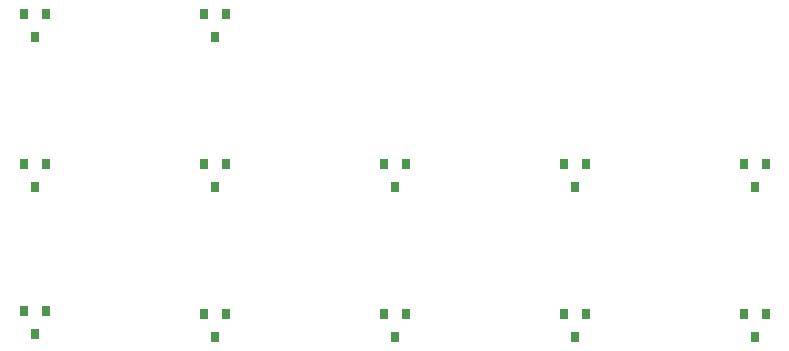
<source format=gbr>
G04 #@! TF.GenerationSoftware,KiCad,Pcbnew,(5.1.2)-2*
G04 #@! TF.CreationDate,2020-02-21T15:06:10-05:00*
G04 #@! TF.ProjectId,Micro-Breakout,4d696372-6f2d-4427-9265-616b6f75742e,rev?*
G04 #@! TF.SameCoordinates,Original*
G04 #@! TF.FileFunction,Paste,Top*
G04 #@! TF.FilePolarity,Positive*
%FSLAX46Y46*%
G04 Gerber Fmt 4.6, Leading zero omitted, Abs format (unit mm)*
G04 Created by KiCad (PCBNEW (5.1.2)-2) date 2020-02-21 15:06:10*
%MOMM*%
%LPD*%
G04 APERTURE LIST*
%ADD10R,0.800000X0.900000*%
G04 APERTURE END LIST*
D10*
X117790000Y-118380000D03*
X115890000Y-118380000D03*
X116840000Y-120380000D03*
X116840000Y-132826000D03*
X115890000Y-130826000D03*
X117790000Y-130826000D03*
X117790000Y-105680000D03*
X115890000Y-105680000D03*
X116840000Y-107680000D03*
X132080000Y-107680000D03*
X131130000Y-105680000D03*
X133030000Y-105680000D03*
X132080000Y-120380000D03*
X131130000Y-118380000D03*
X133030000Y-118380000D03*
X177800000Y-133080000D03*
X176850000Y-131080000D03*
X178750000Y-131080000D03*
X178750000Y-118380000D03*
X176850000Y-118380000D03*
X177800000Y-120380000D03*
X162560000Y-133080000D03*
X161610000Y-131080000D03*
X163510000Y-131080000D03*
X163510000Y-118380000D03*
X161610000Y-118380000D03*
X162560000Y-120380000D03*
X147320000Y-133080000D03*
X146370000Y-131080000D03*
X148270000Y-131080000D03*
X148270000Y-118380000D03*
X146370000Y-118380000D03*
X147320000Y-120380000D03*
X132080000Y-133080000D03*
X131130000Y-131080000D03*
X133030000Y-131080000D03*
M02*

</source>
